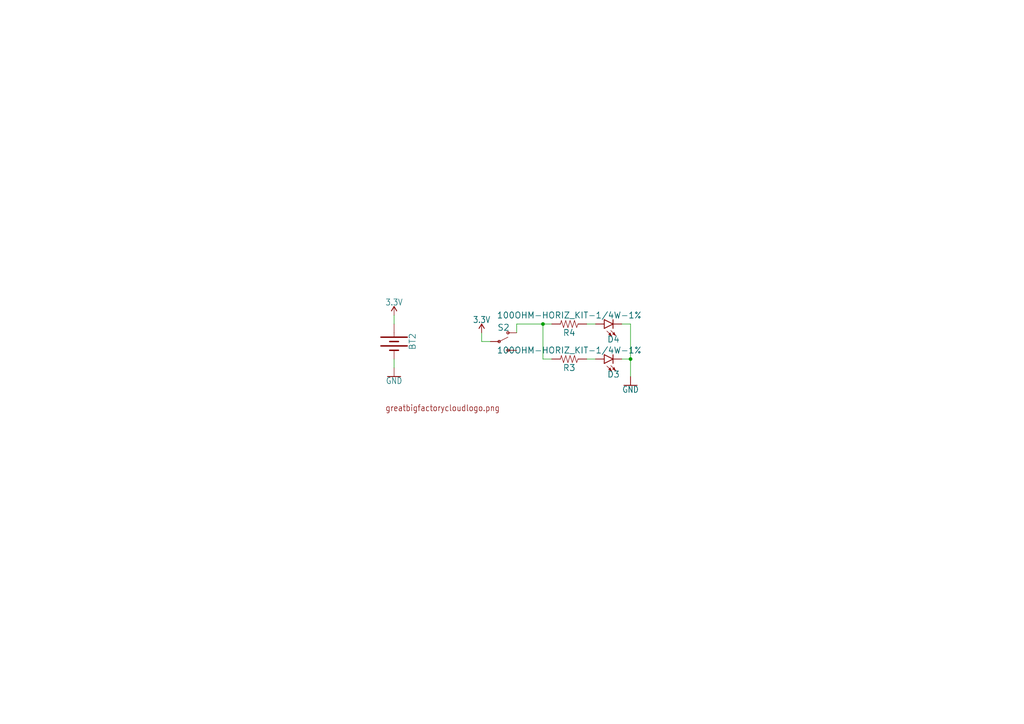
<source format=kicad_sch>
(kicad_sch (version 20230121) (generator eeschema)
  (paper "A4")
  (lib_symbols
    (symbol "working-eagle-import:100OHM-HORIZ_KIT-1/4W-1%"
      (property "Reference" "R" (at 0 1.524 0))
      (symbol "100OHM-HORIZ_KIT-1/4W-1%_1_0"
        (polyline (pts (xy -2.54 0) (xy -2.159 1.016)) (stroke (width 0.1524)))
        (polyline (pts (xy -2.159 1.016) (xy -1.524 -1.016)) (stroke (width 0.1524)))
        (polyline (pts (xy -1.524 -1.016) (xy -0.889 1.016)) (stroke (width 0.1524)))
        (polyline (pts (xy -0.889 1.016) (xy -0.254 -1.016)) (stroke (width 0.1524)))
        (polyline (pts (xy -0.254 -1.016) (xy 0.381 1.016)) (stroke (width 0.1524)))
        (polyline (pts (xy 0.381 1.016) (xy 1.016 -1.016)) (stroke (width 0.1524)))
        (polyline (pts (xy 1.016 -1.016) (xy 1.651 1.016)) (stroke (width 0.1524)))
        (polyline (pts (xy 1.651 1.016) (xy 2.286 -1.016)) (stroke (width 0.1524)))
        (polyline (pts (xy 2.286 -1.016) (xy 2.54 0)) (stroke (width 0.1524)))
        (pin passive line (at -5.08 0 0) (length 2.54) (name "1") (number "P$1"))
        (pin passive line (at 5.08 0 180) (length 2.54) (name "2") (number "P$2"))
      )
    )
    (symbol "working-eagle-import:3.3V" (power)
      (property "Value" "3.3V" (at 0 2.794 0))
      (symbol "3.3V_1_0"
        (polyline (pts (xy 0 2.54) (xy -0.762 1.27)) (stroke (width 0.254)))
        (polyline (pts (xy 0.762 1.27) (xy 0 2.54)) (stroke (width 0.254)))
        (pin power_in line (at 0 0 90) (length 2.54) (name "3.3V") (number "1"))
      )
    )
    (symbol "working-eagle-import:BATTERY-20MM_PTH_KIT"
      (property "Reference" "BT" (at 0 4.318 0))
      (symbol "BATTERY-20MM_PTH_KIT_1_0"
        (polyline (pts (xy -2.54 0) (xy -1.524 0)) (stroke (width 0.1524)))
        (polyline (pts (xy -1.27 3.81) (xy -1.27 -3.81)) (stroke (width 0.4064)))
        (polyline (pts (xy 0 1.27) (xy 0 -1.27)) (stroke (width 0.4064)))
        (polyline (pts (xy 1.27 3.81) (xy 1.27 -3.81)) (stroke (width 0.4064)))
        (polyline (pts (xy 2.54 1.27) (xy 2.54 -1.27)) (stroke (width 0.4064)))
        (pin power_in line (at -5.08 0 0) (length 2.54) (name "+") (number "1"))
        (pin power_in line (at 5.08 0 180) (length 2.54) (name "-") (number "2"))
      )
    )
    (symbol "working-eagle-import:GND" (power)
      (property "Value" "GND" (at 0 -0.254 0))
      (symbol "GND_1_0"
        (polyline (pts (xy -1.905 0) (xy 1.905 0)) (stroke (width 0.254)))
        (pin power_in line (at 0 2.54 270) (length 2.54) (name "GND") (number "1"))
      )
    )
    (symbol "working-eagle-import:GREATBIGFACTORYCLOUDLOGO#PNG"
      (symbol "GREATBIGFACTORYCLOUDLOGO#PNG_1_0"
        (text "greatbigfactorycloudlogo.png" (at -2.54 0 0) (effects (font (size 1.778 1.5113)) (justify left bottom)))
      )
    )
    (symbol "working-eagle-import:LED5MM"
      (property "Reference" "D" (at -3.429 -4.572 90))
      (symbol "LED5MM_1_0"
        (polyline (pts (xy -2.032 -0.762) (xy -3.429 -2.159)) (stroke (width 0.1524)))
        (polyline (pts (xy -1.905 -1.905) (xy -3.302 -3.302)) (stroke (width 0.1524)))
        (polyline (pts (xy 0 -2.54) (xy -1.27 -2.54)) (stroke (width 0.254)))
        (polyline (pts (xy 0 -2.54) (xy -1.27 0)) (stroke (width 0.254)))
        (polyline (pts (xy 1.27 -2.54) (xy 0 -2.54)) (stroke (width 0.254)))
        (polyline (pts (xy 1.27 0) (xy -1.27 0)) (stroke (width 0.254)))
        (polyline (pts (xy 1.27 0) (xy 0 -2.54)) (stroke (width 0.254)))
        (polyline (pts (xy -3.429 -2.159) (xy -3.048 -1.27) (xy -2.54 -1.778)) (stroke (width 0.1524)) (fill (type outline)))
        (polyline (pts (xy -3.302 -3.302) (xy -2.921 -2.413) (xy -2.413 -2.921)) (stroke (width 0.1524)) (fill (type outline)))
        (pin passive line (at 0 2.54 270) (length 2.54) (name "A") (number "A"))
        (pin passive line (at 0 -5.08 90) (length 2.54) (name "C") (number "K"))
      )
    )
    (symbol "working-eagle-import:SWITCH-SPDT-PTH-11.6X4.0MM-KIT"
      (property "Reference" "S" (at 1.27 3.048 0))
      (symbol "SWITCH-SPDT-PTH-11.6X4.0MM-KIT_1_0"
        (polyline (pts (xy 0 0) (xy 2.54 1.27)) (stroke (width 0.1524)))
        (polyline (pts (xy 2.54 -2.54) (xy 3.175 -2.54)) (stroke (width 0.127)))
        (polyline (pts (xy 2.54 2.54) (xy 3.175 2.54)) (stroke (width 0.1524)))
        (circle (center 0 0) (radius 0.3592) (stroke (width 0.2032)))
        (circle (center 2.54 -2.54) (radius 0.3592) (stroke (width 0.2032)))
        (circle (center 2.54 2.54) (radius 0.3592) (stroke (width 0.2032)))
        (pin passive line (at 5.08 2.54 180) (length 2.54) (name "O") (number "1"))
        (pin passive line (at -2.54 0 0) (length 2.54) (name "P") (number "2"))
        (pin passive line (at 5.08 -2.54 180) (length 2.54) (name "S") (number "3"))
      )
    )
  )
  (junction (at 182.88 104.14))
  (junction (at 157.48 93.98))
  (wire (pts (xy 157.48 93.98) (xy 149.86 93.98)) (stroke (width 0.1524)))
  (wire (pts (xy 114.3 91.44) (xy 114.3 93.98)) (stroke (width 0.1524)))
  (wire (pts (xy 182.88 104.14) (xy 182.88 109.22)) (stroke (width 0.1524)))
  (wire (pts (xy 160.02 93.98) (xy 157.48 93.98)) (stroke (width 0.1524)))
  (wire (pts (xy 170.18 93.98) (xy 172.72 93.98)) (stroke (width 0.1524)))
  (wire (pts (xy 170.18 104.14) (xy 172.72 104.14)) (stroke (width 0.1524)))
  (wire (pts (xy 180.34 104.14) (xy 182.88 104.14)) (stroke (width 0.1524)))
  (wire (pts (xy 157.48 104.14) (xy 160.02 104.14)) (stroke (width 0.1524)))
  (wire (pts (xy 182.88 93.98) (xy 182.88 104.14)) (stroke (width 0.1524)))
  (wire (pts (xy 142.24 99.06) (xy 139.7 99.06)) (stroke (width 0.1524)))
  (wire (pts (xy 149.86 93.98) (xy 149.86 96.52)) (stroke (width 0.1524)))
  (wire (pts (xy 157.48 93.98) (xy 157.48 104.14)) (stroke (width 0.1524)))
  (wire (pts (xy 180.34 93.98) (xy 182.88 93.98)) (stroke (width 0.1524)))
  (wire (pts (xy 139.7 99.06) (xy 139.7 96.52)) (stroke (width 0.1524)))
  (wire (pts (xy 114.3 104.14) (xy 114.3 106.68)) (stroke (width 0.1524)))
  (symbol (lib_id "working-eagle-import:GND") (at 114.3 109.22 0) (unit 1)
    (property "Reference" "#GND3" (effects hide))
    (property "Value" "GND" (at 114.3 109.474 0) (effects (font (size 1.778 1.5113)) (justify top)))
  )
  (symbol (lib_id "working-eagle-import:BATTERY-20MM_PTH_KIT") (at 114.3 99.06 270) (unit 1)
    (property "Reference" "BT2" (at 118.618 99.06 0) (effects (font (size 1.778 1.778)) (justify bottom)))
    (property "Value" "BATTERY-20MM_PTH_KIT" (effects hide))
    (property "Footprint" "working:BATTCOM_20MM_PTH_KIT" (effects hide))
  )
  (symbol (lib_id "working-eagle-import:LED5MM") (at 175.26 104.14 90) (unit 1)
    (property "Reference" "D3" (at 179.832 107.569 90) (effects (font (size 1.778 1.778)) (justify left bottom)))
    (property "Value" "LED5MM" (effects hide))
    (property "Footprint" "working:LED_5MM" (effects hide))
  )
  (symbol (lib_id "working-eagle-import:GREATBIGFACTORYCLOUDLOGO#PNG") (at 114.3 119.38 0) (unit 1)
    (property "Reference" "U$1" (effects hide))
    (property "Value" "GREATBIGFACTORYCLOUDLOGO#PNG" (effects hide))
    (property "Footprint" "working:GREATBIGFACTORYCLOUDLOGO#PNG" (effects hide))
  )
  (symbol (lib_id "working-eagle-import:SWITCH-SPDT-PTH-11.6X4.0MM-KIT") (at 144.78 99.06 0) (unit 1)
    (property "Reference" "S2" (at 146.05 96.012 0) (effects (font (size 1.778 1.778)) (justify bottom)))
    (property "Value" "SWITCH-SPDT-PTH-11.6X4.0MM-KIT" (effects hide))
    (property "Footprint" "working:SWITCH_SPDT_PTH_11.6X4.0MM_KIT" (effects hide))
  )
  (symbol (lib_id "working-eagle-import:100OHM-HORIZ_KIT-1/4W-1%") (at 165.1 104.14 180) (unit 1)
    (property "Reference" "R3" (at 165.1 105.664 0) (effects (font (size 1.778 1.778)) (justify bottom)))
    (property "Value" "100OHM-HORIZ_KIT-1/4W-1%" (at 165.1 102.616 0) (effects (font (size 1.778 1.778)) (justify top)))
    (property "Footprint" "working:AXIAL-0.3EZ" (effects hide))
  )
  (symbol (lib_id "working-eagle-import:100OHM-HORIZ_KIT-1/4W-1%") (at 165.1 93.98 180) (unit 1)
    (property "Reference" "R4" (at 165.1 95.504 0) (effects (font (size 1.778 1.778)) (justify bottom)))
    (property "Value" "100OHM-HORIZ_KIT-1/4W-1%" (at 165.1 92.456 0) (effects (font (size 1.778 1.778)) (justify top)))
    (property "Footprint" "working:AXIAL-0.3EZ" (effects hide))
  )
  (symbol (lib_id "working-eagle-import:3.3V") (at 139.7 96.52 0) (unit 1)
    (property "Reference" "#SUPPLY4" (effects hide))
    (property "Value" "3.3V" (at 139.7 93.726 0) (effects (font (size 1.778 1.5113)) (justify bottom)))
  )
  (symbol (lib_id "working-eagle-import:3.3V") (at 114.3 91.44 0) (unit 1)
    (property "Reference" "#SUPPLY3" (effects hide))
    (property "Value" "3.3V" (at 114.3 88.646 0) (effects (font (size 1.778 1.5113)) (justify bottom)))
  )
  (symbol (lib_id "working-eagle-import:LED5MM") (at 175.26 93.98 90) (unit 1)
    (property "Reference" "D4" (at 179.832 97.409 90) (effects (font (size 1.778 1.778)) (justify left bottom)))
    (property "Value" "LED5MM" (effects hide))
    (property "Footprint" "working:LED_5MM" (effects hide))
  )
  (symbol (lib_id "working-eagle-import:GND") (at 182.88 111.76 0) (unit 1)
    (property "Reference" "#GND4" (effects hide))
    (property "Value" "GND" (at 182.88 112.014 0) (effects (font (size 1.778 1.5113)) (justify top)))
  )
)
</source>
